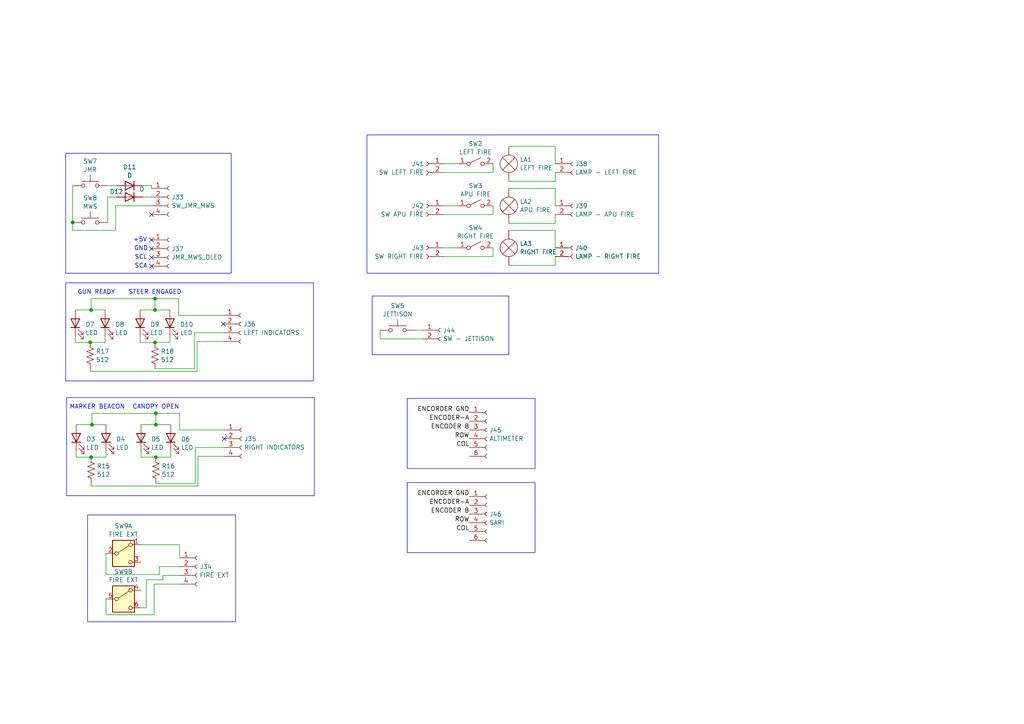
<source format=kicad_sch>
(kicad_sch (version 20231120) (generator "eeschema") (generator_version "8.0")
  (paper "A4")
  (lib_symbols
    (symbol "Connector:Conn_01x02_Socket" (pin_names (offset 1.016) hide)
      (property "Reference" "J" (at 0 2.54 0))
      (property "Value" "Conn_01x02_Socket" (at 0 -5.08 0))
      (symbol "Conn_01x02_Socket_1_1"
        (arc (start 0 -2.032) (mid -0.5058 -2.54) (end 0 -3.048) (stroke (width 0.1524)))
        (polyline (pts (xy -1.27 -2.54) (xy -0.508 -2.54)) (stroke (width 0.1524)))
        (polyline (pts (xy -1.27 0) (xy -0.508 0)) (stroke (width 0.1524)))
        (arc (start 0 0.508) (mid -0.5058 0) (end 0 -0.508) (stroke (width 0.1524)))
        (pin passive line (at -5.08 0 0) (length 3.81) (name "Pin_1") (number "1"))
        (pin passive line (at -5.08 -2.54 0) (length 3.81) (name "Pin_2") (number "2"))
      )
    )
    (symbol "Connector:Conn_01x04_Socket" (pin_names (offset 1.016) hide)
      (property "Reference" "J" (at 0 5.08 0))
      (property "Value" "Conn_01x04_Socket" (at 0 -7.62 0))
      (symbol "Conn_01x04_Socket_1_1"
        (arc (start 0 -4.572) (mid -0.5058 -5.08) (end 0 -5.588) (stroke (width 0.1524)))
        (arc (start 0 -2.032) (mid -0.5058 -2.54) (end 0 -3.048) (stroke (width 0.1524)))
        (polyline (pts (xy -1.27 -5.08) (xy -0.508 -5.08)) (stroke (width 0.1524)))
        (polyline (pts (xy -1.27 -2.54) (xy -0.508 -2.54)) (stroke (width 0.1524)))
        (polyline (pts (xy -1.27 0) (xy -0.508 0)) (stroke (width 0.1524)))
        (polyline (pts (xy -1.27 2.54) (xy -0.508 2.54)) (stroke (width 0.1524)))
        (arc (start 0 0.508) (mid -0.5058 0) (end 0 -0.508) (stroke (width 0.1524)))
        (arc (start 0 3.048) (mid -0.5058 2.54) (end 0 2.032) (stroke (width 0.1524)))
        (pin passive line (at -5.08 2.54 0) (length 3.81) (name "Pin_1") (number "1"))
        (pin passive line (at -5.08 0 0) (length 3.81) (name "Pin_2") (number "2"))
        (pin passive line (at -5.08 -2.54 0) (length 3.81) (name "Pin_3") (number "3"))
        (pin passive line (at -5.08 -5.08 0) (length 3.81) (name "Pin_4") (number "4"))
      )
    )
    (symbol "Connector:Conn_01x06_Female" (pin_names (offset 1.016) hide)
      (property "Reference" "J" (at 0 7.62 0))
      (property "Value" "Conn_01x06_Female" (at 0 -10.16 0))
      (symbol "Conn_01x06_Female_1_1"
        (arc (start 0 -7.112) (mid -0.5058 -7.62) (end 0 -8.128) (stroke (width 0.1524)))
        (arc (start 0 -4.572) (mid -0.5058 -5.08) (end 0 -5.588) (stroke (width 0.1524)))
        (arc (start 0 -2.032) (mid -0.5058 -2.54) (end 0 -3.048) (stroke (width 0.1524)))
        (polyline (pts (xy -1.27 -7.62) (xy -0.508 -7.62)) (stroke (width 0.1524)))
        (polyline (pts (xy -1.27 -5.08) (xy -0.508 -5.08)) (stroke (width 0.1524)))
        (polyline (pts (xy -1.27 -2.54) (xy -0.508 -2.54)) (stroke (width 0.1524)))
        (polyline (pts (xy -1.27 0) (xy -0.508 0)) (stroke (width 0.1524)))
        (polyline (pts (xy -1.27 2.54) (xy -0.508 2.54)) (stroke (width 0.1524)))
        (polyline (pts (xy -1.27 5.08) (xy -0.508 5.08)) (stroke (width 0.1524)))
        (arc (start 0 0.508) (mid -0.5058 0) (end 0 -0.508) (stroke (width 0.1524)))
        (arc (start 0 3.048) (mid -0.5058 2.54) (end 0 2.032) (stroke (width 0.1524)))
        (arc (start 0 5.588) (mid -0.5058 5.08) (end 0 4.572) (stroke (width 0.1524)))
        (pin passive line (at -5.08 5.08 0) (length 3.81) (name "Pin_1") (number "1"))
        (pin passive line (at -5.08 2.54 0) (length 3.81) (name "Pin_2") (number "2"))
        (pin passive line (at -5.08 0 0) (length 3.81) (name "Pin_3") (number "3"))
        (pin passive line (at -5.08 -2.54 0) (length 3.81) (name "Pin_4") (number "4"))
        (pin passive line (at -5.08 -5.08 0) (length 3.81) (name "Pin_5") (number "5"))
        (pin passive line (at -5.08 -7.62 0) (length 3.81) (name "Pin_6") (number "6"))
      )
    )
    (symbol "Device:D" (pin_numbers hide) (pin_names (offset 1.016) hide)
      (property "Reference" "D" (at 0 2.54 0))
      (property "Value" "D" (at 0 -2.54 0))
      (symbol "D_0_1"
        (polyline (pts (xy -1.27 1.27) (xy -1.27 -1.27)) (stroke (width 0.254)))
        (polyline (pts (xy 1.27 0) (xy -1.27 0)))
        (polyline (pts (xy 1.27 1.27) (xy 1.27 -1.27) (xy -1.27 0) (xy 1.27 1.27)) (stroke (width 0.254)))
      )
      (symbol "D_1_1"
        (pin passive line (at -3.81 0 0) (length 2.54) (name "K") (number "1"))
        (pin passive line (at 3.81 0 180) (length 2.54) (name "A") (number "2"))
      )
    )
    (symbol "Device:LED" (pin_numbers hide) (pin_names (offset 1.016) hide)
      (property "Reference" "D" (at 0 2.54 0))
      (property "Value" "LED" (at 0 -2.54 0))
      (symbol "LED_0_1"
        (polyline (pts (xy -1.27 -1.27) (xy -1.27 1.27)) (stroke (width 0.254)))
        (polyline (pts (xy -1.27 0) (xy 1.27 0)))
        (polyline (pts (xy 1.27 -1.27) (xy 1.27 1.27) (xy -1.27 0) (xy 1.27 -1.27)) (stroke (width 0.254)))
        (polyline (pts (xy -3.048 -0.762) (xy -4.572 -2.286) (xy -3.81 -2.286) (xy -4.572 -2.286) (xy -4.572 -1.524)))
        (polyline (pts (xy -1.778 -0.762) (xy -3.302 -2.286) (xy -2.54 -2.286) (xy -3.302 -2.286) (xy -3.302 -1.524)))
      )
      (symbol "LED_1_1"
        (pin passive line (at -3.81 0 0) (length 2.54) (name "K") (number "1"))
        (pin passive line (at 3.81 0 180) (length 2.54) (name "A") (number "2"))
      )
    )
    (symbol "Device:Lamp" (pin_numbers hide) (pin_names (offset 0.0254) hide)
      (property "Reference" "LA" (at 0.635 3.81 0))
      (property "Value" "Lamp" (at 0.635 -3.81 0))
      (symbol "Lamp_0_1"
        (polyline (pts (xy -1.778 1.778) (xy 1.778 -1.778)))
        (polyline (pts (xy 1.778 1.778) (xy -1.778 -1.778)))
        (circle (center 0 0) (radius 2.54))
      )
      (symbol "Lamp_1_1"
        (pin passive line (at 0 -5.08 90) (length 2.54) (name "-") (number "1"))
        (pin passive line (at 0 5.08 270) (length 2.54) (name "+") (number "2"))
      )
    )
    (symbol "Device:R_US" (pin_numbers hide) (pin_names (offset 0))
      (property "Reference" "R" (at 2.54 0 90))
      (property "Value" "R_US" (at -2.54 0 90))
      (symbol "R_US_0_1"
        (polyline (pts (xy 0 -2.286) (xy 0 -2.54)))
        (polyline (pts (xy 0 2.286) (xy 0 2.54)))
        (polyline (pts (xy 0 -0.762) (xy 1.016 -1.143) (xy 0 -1.524) (xy -1.016 -1.905) (xy 0 -2.286)))
        (polyline (pts (xy 0 0.762) (xy 1.016 0.381) (xy 0 0) (xy -1.016 -0.381) (xy 0 -0.762)))
        (polyline (pts (xy 0 2.286) (xy 1.016 1.905) (xy 0 1.524) (xy -1.016 1.143) (xy 0 0.762)))
      )
      (symbol "R_US_1_1"
        (pin passive line (at 0 3.81 270) (length 1.27) (name "~") (number "1"))
        (pin passive line (at 0 -3.81 90) (length 1.27) (name "~") (number "2"))
      )
    )
    (symbol "Switch:SW_DPDT_x2" (pin_names (offset 0) hide)
      (property "Reference" "SW" (at 0 5.08 0))
      (property "Value" "SW_DPDT_x2" (at 0 -5.08 0))
      (symbol "SW_DPDT_x2_0_0"
        (circle (center -2.032 0) (radius 0.508))
        (circle (center 2.032 -2.54) (radius 0.508))
      )
      (symbol "SW_DPDT_x2_0_1"
        (rectangle (start -3.175 3.81) (end 3.175 -3.81) (stroke (width 0.254)) (fill (type background)))
        (polyline (pts (xy -1.524 0.254) (xy 1.5748 2.286)))
        (circle (center 2.032 2.54) (radius 0.508))
      )
      (symbol "SW_DPDT_x2_1_1"
        (pin passive line (at 5.08 2.54 180) (length 2.54) (name "A") (number "1"))
        (pin passive line (at -5.08 0 0) (length 2.54) (name "B") (number "2"))
        (pin passive line (at 5.08 -2.54 180) (length 2.54) (name "C") (number "3"))
      )
      (symbol "SW_DPDT_x2_2_1"
        (pin passive line (at 5.08 2.54 180) (length 2.54) (name "A") (number "4"))
        (pin passive line (at -5.08 0 0) (length 2.54) (name "B") (number "5"))
        (pin passive line (at 5.08 -2.54 180) (length 2.54) (name "C") (number "6"))
      )
    )
    (symbol "Switch:SW_Push" (pin_numbers hide) (pin_names (offset 1.016) hide)
      (property "Reference" "SW" (at 1.27 2.54 0))
      (property "Value" "SW_Push" (at 0 -1.524 0))
      (symbol "SW_Push_0_1"
        (circle (center -2.032 0) (radius 0.508))
        (polyline (pts (xy 0 1.27) (xy 0 3.048)))
        (polyline (pts (xy 2.54 1.27) (xy -2.54 1.27)))
        (circle (center 2.032 0) (radius 0.508))
        (pin passive line (at -5.08 0 0) (length 2.54) (name "1") (number "1"))
        (pin passive line (at 5.08 0 180) (length 2.54) (name "2") (number "2"))
      )
    )
    (symbol "Switch:SW_SPST" (pin_names (offset 0) hide)
      (property "Reference" "SW" (at 0 3.175 0))
      (property "Value" "SW_SPST" (at 0 -2.54 0))
      (symbol "SW_SPST_0_0"
        (circle (center -2.032 0) (radius 0.508))
        (polyline (pts (xy -1.524 0.254) (xy 1.524 1.778)))
        (circle (center 2.032 0) (radius 0.508))
      )
      (symbol "SW_SPST_1_1"
        (pin passive line (at -5.08 0 0) (length 2.54) (name "A") (number "1"))
        (pin passive line (at 5.08 0 180) (length 2.54) (name "B") (number "2"))
      )
    )
  )
  (junction (at 26.67 123.19))
  (junction (at 44.958 89.916))
  (junction (at 21.082 64.516))
  (junction (at 45.212 123.19))
  (junction (at 26.416 132.588))
  (junction (at 44.958 86.614))
  (junction (at 45.212 132.588))
  (junction (at 44.958 99.314))
  (junction (at 26.416 89.916))
  (junction (at 45.212 119.888))
  (junction (at 26.162 99.314))
  (no_connect (at 65.024 127.254))
  (no_connect (at 43.942 62.23))
  (no_connect (at 43.942 74.676))
  (no_connect (at 43.942 69.596))
  (no_connect (at 64.77 93.98))
  (no_connect (at 43.942 77.216))
  (no_connect (at 43.942 72.136))
  (wire (pts (xy 26.416 86.614) (xy 26.416 89.916)))
  (wire (pts (xy 26.162 99.314) (xy 21.844 99.314)))
  (wire (pts (xy 21.082 64.516) (xy 21.082 66.802)))
  (wire (pts (xy 128.778 71.882) (xy 132.842 71.882)))
  (wire (pts (xy 44.958 89.916) (xy 49.276 89.916)))
  (wire (pts (xy 30.734 130.81) (xy 30.734 132.588)))
  (wire (pts (xy 21.082 53.848) (xy 21.082 64.516)))
  (wire (pts (xy 40.64 89.916) (xy 44.958 89.916)))
  (wire (pts (xy 42.418 176.276) (xy 42.418 168.148)))
  (wire (pts (xy 57.404 140.97) (xy 26.416 140.97)))
  (wire (pts (xy 51.816 91.44) (xy 51.816 86.614)))
  (wire (pts (xy 64.77 91.44) (xy 51.816 91.44)))
  (wire (pts (xy 45.212 119.888) (xy 45.212 123.19)))
  (wire (pts (xy 41.402 53.848) (xy 43.942 53.848)))
  (wire (pts (xy 26.416 140.97) (xy 26.416 140.208)))
  (wire (pts (xy 49.53 132.588) (xy 45.212 132.588)))
  (wire (pts (xy 30.734 166.624) (xy 46.228 166.624)))
  (wire (pts (xy 49.53 130.81) (xy 49.53 132.588)))
  (wire (pts (xy 44.958 86.614) (xy 44.958 89.916)))
  (wire (pts (xy 147.574 76.962) (xy 161.036 76.962)))
  (wire (pts (xy 161.036 66.802) (xy 161.036 71.882)))
  (wire (pts (xy 57.404 132.334) (xy 57.404 140.97)))
  (wire (pts (xy 49.276 99.314) (xy 44.958 99.314)))
  (wire (pts (xy 26.416 132.588) (xy 22.098 132.588)))
  (wire (pts (xy 33.528 59.69) (xy 43.942 59.69)))
  (wire (pts (xy 120.396 95.758) (xy 122.682 95.758)))
  (wire (pts (xy 44.958 99.314) (xy 40.64 99.314)))
  (wire (pts (xy 57.15 99.06) (xy 57.15 107.696)))
  (wire (pts (xy 47.244 168.148) (xy 47.244 166.878)))
  (wire (pts (xy 21.844 89.916) (xy 26.416 89.916)))
  (wire (pts (xy 51.816 86.614) (xy 44.958 86.614)))
  (wire (pts (xy 52.07 157.988) (xy 52.07 161.798)))
  (wire (pts (xy 147.574 42.418) (xy 161.036 42.418)))
  (wire (pts (xy 26.162 107.696) (xy 26.162 106.934)))
  (wire (pts (xy 110.236 95.758) (xy 110.236 98.298)))
  (wire (pts (xy 40.894 132.588) (xy 40.894 130.81)))
  (wire (pts (xy 64.77 96.52) (xy 56.388 96.52)))
  (wire (pts (xy 143.002 71.882) (xy 143.002 74.422)))
  (wire (pts (xy 147.574 54.61) (xy 161.036 54.61)))
  (wire (pts (xy 143.002 47.498) (xy 143.002 50.038)))
  (wire (pts (xy 65.024 129.794) (xy 56.642 129.794)))
  (wire (pts (xy 52.07 119.888) (xy 45.212 119.888)))
  (wire (pts (xy 40.894 176.276) (xy 42.418 176.276)))
  (wire (pts (xy 56.388 96.52) (xy 56.388 106.934)))
  (wire (pts (xy 143.002 74.422) (xy 128.778 74.422)))
  (wire (pts (xy 21.082 66.802) (xy 33.528 66.802)))
  (wire (pts (xy 33.528 66.802) (xy 33.528 59.69)))
  (wire (pts (xy 26.416 89.916) (xy 30.48 89.916)))
  (wire (pts (xy 44.958 86.614) (xy 26.416 86.614)))
  (wire (pts (xy 45.212 119.888) (xy 26.67 119.888)))
  (wire (pts (xy 30.734 173.736) (xy 30.734 178.308)))
  (wire (pts (xy 22.098 132.588) (xy 22.098 130.81)))
  (wire (pts (xy 26.67 119.888) (xy 26.67 123.19)))
  (wire (pts (xy 31.242 57.15) (xy 33.782 57.15)))
  (wire (pts (xy 45.212 123.19) (xy 49.53 123.19)))
  (wire (pts (xy 43.942 53.848) (xy 43.942 54.61)))
  (wire (pts (xy 128.778 47.498) (xy 132.842 47.498)))
  (wire (pts (xy 147.574 64.77) (xy 161.036 64.77)))
  (wire (pts (xy 143.002 62.23) (xy 128.778 62.23)))
  (wire (pts (xy 40.894 157.988) (xy 52.07 157.988)))
  (wire (pts (xy 49.276 97.536) (xy 49.276 99.314)))
  (wire (pts (xy 45.212 132.588) (xy 40.894 132.588)))
  (wire (pts (xy 22.098 123.19) (xy 26.67 123.19)))
  (wire (pts (xy 30.48 99.314) (xy 26.162 99.314)))
  (wire (pts (xy 128.778 59.69) (xy 132.842 59.69)))
  (wire (pts (xy 143.002 50.038) (xy 128.778 50.038)))
  (wire (pts (xy 147.574 66.802) (xy 161.036 66.802)))
  (wire (pts (xy 44.704 178.308) (xy 44.704 169.418)))
  (wire (pts (xy 56.388 106.934) (xy 44.958 106.934)))
  (wire (pts (xy 64.77 99.06) (xy 57.15 99.06)))
  (wire (pts (xy 143.002 59.69) (xy 143.002 62.23)))
  (wire (pts (xy 42.418 168.148) (xy 47.244 168.148)))
  (wire (pts (xy 147.574 52.578) (xy 161.036 52.578)))
  (wire (pts (xy 21.844 99.314) (xy 21.844 97.536)))
  (wire (pts (xy 31.242 53.848) (xy 33.782 53.848)))
  (wire (pts (xy 56.642 129.794) (xy 56.642 140.208)))
  (wire (pts (xy 31.242 64.516) (xy 31.242 57.15)))
  (wire (pts (xy 40.894 123.19) (xy 45.212 123.19)))
  (wire (pts (xy 30.734 132.588) (xy 26.416 132.588)))
  (wire (pts (xy 30.48 97.536) (xy 30.48 99.314)))
  (wire (pts (xy 40.64 99.314) (xy 40.64 97.536)))
  (wire (pts (xy 56.642 140.208) (xy 45.212 140.208)))
  (wire (pts (xy 161.036 42.418) (xy 161.036 47.498)))
  (wire (pts (xy 161.036 76.962) (xy 161.036 74.422)))
  (wire (pts (xy 57.15 107.696) (xy 26.162 107.696)))
  (wire (pts (xy 161.036 54.61) (xy 161.036 59.69)))
  (wire (pts (xy 161.036 52.578) (xy 161.036 50.038)))
  (wire (pts (xy 26.67 123.19) (xy 30.734 123.19)))
  (wire (pts (xy 30.734 160.528) (xy 30.734 166.624)))
  (wire (pts (xy 46.228 166.624) (xy 46.228 164.338)))
  (wire (pts (xy 44.704 169.418) (xy 52.07 169.418)))
  (wire (pts (xy 47.244 166.878) (xy 52.07 166.878)))
  (wire (pts (xy 65.024 132.334) (xy 57.404 132.334)))
  (wire (pts (xy 52.07 124.714) (xy 52.07 119.888)))
  (wire (pts (xy 41.402 57.15) (xy 43.942 57.15)))
  (wire (pts (xy 30.734 178.308) (xy 44.704 178.308)))
  (wire (pts (xy 65.024 124.714) (xy 52.07 124.714)))
  (wire (pts (xy 46.228 164.338) (xy 52.07 164.338)))
  (wire (pts (xy 161.036 64.77) (xy 161.036 62.23)))
  (wire (pts (xy 110.236 98.298) (xy 122.682 98.298)))
  (rectangle (start 106.426 39.116) (end 191.008 79.248))
  (rectangle (start 118.11 139.954) (end 155.194 160.274))
  (rectangle (start 19.05 44.45) (end 67.056 79.248))
  (rectangle (start 19.304 115.316) (end 91.186 143.764))
  (rectangle (start 118.11 115.57) (end 155.194 135.89))
  (rectangle (start 19.05 82.042) (end 90.932 110.49))
  (rectangle (start 107.95 85.852) (end 147.574 102.87))
  (rectangle (start 25.4 149.352) (end 68.326 180.34))
  (text "CANOPY OPEN" (at 45.212 118.11 0) (effects (font (size 1.27 1.27))))
  (text "SCA" (at 40.894 77.216 0) (effects (font (size 1.27 1.27))))
  (text "+5V" (at 40.64 69.596 0) (effects (font (size 1.27 1.27))))
  (text "MARKER BEACON" (at 28.194 118.11 0) (effects (font (size 1.27 1.27))))
  (text "STEER ENGAGED" (at 44.958 84.836 0) (effects (font (size 1.27 1.27))))
  (text "GND" (at 40.894 72.136 0) (effects (font (size 1.27 1.27))))
  (text "SCL" (at 40.894 74.676 0) (effects (font (size 1.27 1.27))))
  (text "GUN READY" (at 27.94 84.836 0) (effects (font (size 1.27 1.27))))
  (label "ENCODER B" (at 136.144 124.714 180))
  (label "ROW" (at 136.144 151.638 180))
  (label "ENCODER-A" (at 136.144 122.174 180))
  (label "ENCODER B" (at 136.144 149.098 180))
  (label "COL" (at 136.144 154.178 180))
  (label "COL" (at 136.144 129.794 180))
  (label "ENCORDER GND" (at 136.144 119.634 180))
  (label "ROW" (at 136.144 127.254 180))
  (label "ENCORDER GND" (at 136.144 144.018 180))
  (label "ENCODER-A" (at 136.144 146.558 180))
  (symbol (lib_id "Connector:Conn_01x04_Socket") (at 70.104 127.254 0) (unit 1) (in_bom no) (on_board no)
    (property "Reference" "J35" (at 70.8152 127.3118 0) (effects (justify left)))
    (property "Value" "RIGHT INDICATORS" (at 70.8152 129.7361 0) (effects (justify left)))
    (property "Footprint" "Connector_Molex:Molex_KK-254_AE-6410-04A_1x04_P2.54mm_Vertical" (effects (hide yes)))
    (property "Description" "Generic connector, single row, 01x04, script generated" (effects (hide yes)))
  )
  (symbol (lib_id "Device:LED") (at 21.844 93.726 90) (unit 1) (in_bom no) (on_board no)
    (property "Reference" "D7" (at 24.765 94.1013 90) (effects (justify right)))
    (property "Value" "LED" (at 24.765 96.5256 90) (effects (justify right)))
    (property "Description" "Light emitting diode" (effects (hide yes)))
  )
  (symbol (lib_id "Device:D") (at 37.592 53.848 180) (unit 1) (in_bom no) (on_board no)
    (property "Reference" "D11" (at 37.592 48.4335 0))
    (property "Value" "D" (at 37.592 50.8578 0))
    (property "Description" "Diode" (effects (hide yes)))
    (property "Sim.Device" "D" (effects (hide yes)))
    (property "Sim.Pins" "1=K 2=A" (effects (hide yes)))
  )
  (symbol (lib_id "Connector:Conn_01x06_Female") (at 141.224 149.098 0) (unit 1) (in_bom no) (on_board no)
    (property "Reference" "J46" (at 141.9352 149.1558 0) (effects (justify left)))
    (property "Value" "SARI" (at 141.9352 151.5801 0) (effects (justify left)))
    (property "Footprint" "Connector_Molex:Molex_KK-254_AE-6410-06A_1x06_P2.54mm_Vertical" (effects (hide yes)))
  )
  (symbol (lib_id "Device:LED") (at 40.894 127 90) (unit 1) (in_bom no) (on_board no)
    (property "Reference" "D5" (at 43.815 127.3753 90) (effects (justify right)))
    (property "Value" "LED" (at 43.815 129.7996 90) (effects (justify right)))
    (property "Description" "Light emitting diode" (effects (hide yes)))
  )
  (symbol (lib_id "Device:R_US") (at 45.212 136.398 0) (unit 1) (in_bom no) (on_board no)
    (property "Reference" "R16" (at 46.863 135.1858 0) (effects (justify left)))
    (property "Value" "512" (at 46.863 137.6101 0) (effects (justify left)))
    (property "Description" "Resistor, US symbol" (effects (hide yes)))
  )
  (symbol (lib_id "Connector:Conn_01x04_Socket") (at 49.022 72.136 0) (unit 1) (in_bom no) (on_board no)
    (property "Reference" "J37" (at 49.7332 72.1938 0) (effects (justify left)))
    (property "Value" "JMR_MWS_OLED" (at 49.7332 74.6181 0) (effects (justify left)))
    (property "Footprint" "Connector_Molex:Molex_KK-254_AE-6410-04A_1x04_P2.54mm_Vertical" (effects (hide yes)))
    (property "Description" "Generic connector, single row, 01x04, script generated" (effects (hide yes)))
  )
  (symbol (lib_id "Switch:SW_Push") (at 115.316 95.758 0) (unit 1) (in_bom no) (on_board no)
    (property "Reference" "SW5" (at 115.316 88.6925 0))
    (property "Value" "JETTISON" (at 115.316 91.1168 0))
    (property "Description" "Push button switch, generic, two pins" (effects (hide yes)))
  )
  (symbol (lib_id "Switch:SW_SPST") (at 137.922 59.69 0) (unit 1) (in_bom no) (on_board no)
    (property "Reference" "SW3" (at 137.922 53.8945 0))
    (property "Value" "APU FIRE" (at 137.922 56.3188 0))
    (property "Footprint" "Connector_Molex:Molex_KK-254_AE-6410-02A_1x02_P2.54mm_Vertical" (effects (hide yes)))
    (property "Description" "Single Pole Single Throw (SPST) switch" (effects (hide yes)))
  )
  (symbol (lib_id "Device:LED") (at 49.276 93.726 90) (unit 1) (in_bom no) (on_board no)
    (property "Reference" "D10" (at 52.197 94.1013 90) (effects (justify right)))
    (property "Value" "LED" (at 52.197 96.5256 90) (effects (justify right)))
    (property "Description" "Light emitting diode" (effects (hide yes)))
  )
  (symbol (lib_id "Connector:Conn_01x02_Socket") (at 166.116 59.69 0) (unit 1) (in_bom no) (on_board no)
    (property "Reference" "J39" (at 166.8272 59.7478 0) (effects (justify left)))
    (property "Value" "LAMP - APU FIRE" (at 166.8272 62.1721 0) (effects (justify left)))
    (property "Description" "Generic connector, single row, 01x02, script generated" (effects (hide yes)))
  )
  (symbol (lib_id "Device:Lamp") (at 147.574 71.882 0) (unit 1) (in_bom no) (on_board no)
    (property "Reference" "LA3" (at 150.749 70.6698 0) (effects (justify left)))
    (property "Value" "RIGHT FIRE" (at 150.749 73.0941 0) (effects (justify left)))
    (property "Description" "Lamp" (effects (hide yes)))
  )
  (symbol (lib_id "Device:LED") (at 30.48 93.726 90) (unit 1) (in_bom no) (on_board no)
    (property "Reference" "D8" (at 33.401 94.1013 90) (effects (justify right)))
    (property "Value" "LED" (at 33.401 96.5256 90) (effects (justify right)))
    (property "Description" "Light emitting diode" (effects (hide yes)))
  )
  (symbol (lib_id "Device:LED") (at 22.098 127 90) (unit 1) (in_bom no) (on_board no)
    (property "Reference" "D3" (at 25.019 127.3753 90) (effects (justify right)))
    (property "Value" "LED" (at 25.019 129.7996 90) (effects (justify right)))
    (property "Description" "Light emitting diode" (effects (hide yes)))
  )
  (symbol (lib_id "Connector:Conn_01x06_Female") (at 141.224 124.714 0) (unit 1) (in_bom no) (on_board no)
    (property "Reference" "J45" (at 141.9352 124.7718 0) (effects (justify left)))
    (property "Value" "ALTIMETER" (at 141.9352 127.1961 0) (effects (justify left)))
    (property "Footprint" "Connector_Molex:Molex_KK-254_AE-6410-06A_1x06_P2.54mm_Vertical" (effects (hide yes)))
  )
  (symbol (lib_id "Connector:Conn_01x04_Socket") (at 49.022 57.15 0) (unit 1) (in_bom no) (on_board no)
    (property "Reference" "J33" (at 49.7332 57.2078 0) (effects (justify left)))
    (property "Value" "SW_JMR_MWS" (at 49.7332 59.6321 0) (effects (justify left)))
    (property "Footprint" "Connector_Molex:Molex_KK-254_AE-6410-04A_1x04_P2.54mm_Vertical" (effects (hide yes)))
    (property "Description" "Generic connector, single row, 01x04, script generated" (effects (hide yes)))
  )
  (symbol (lib_id "Device:LED") (at 40.64 93.726 90) (unit 1) (in_bom no) (on_board no)
    (property "Reference" "D9" (at 43.561 94.1013 90) (effects (justify right)))
    (property "Value" "LED" (at 43.561 96.5256 90) (effects (justify right)))
    (property "Description" "Light emitting diode" (effects (hide yes)))
  )
  (symbol (lib_id "Connector:Conn_01x02_Socket") (at 123.698 59.69 0) (mirror y) (unit 1) (in_bom no) (on_board no)
    (property "Reference" "J42" (at 122.9868 59.7478 0) (effects (justify left)))
    (property "Value" "SW APU FIRE" (at 122.9868 62.1721 0) (effects (justify left)))
    (property "Description" "Generic connector, single row, 01x02, script generated" (effects (hide yes)))
  )
  (symbol (lib_id "Switch:SW_DPDT_x2") (at 35.814 160.528 0) (unit 1) (in_bom no) (on_board no)
    (property "Reference" "SW9" (at 35.814 152.5735 0))
    (property "Value" "FIRE EXT" (at 35.814 154.9978 0))
    (property "Description" "Switch, dual pole double throw, separate symbols" (effects (hide yes)))
  )
  (symbol (lib_id "Connector:Conn_01x02_Socket") (at 123.698 47.498 0) (mirror y) (unit 1) (in_bom no) (on_board no)
    (property "Reference" "J41" (at 122.9868 47.5558 0) (effects (justify left)))
    (property "Value" "SW LEFT FIRE" (at 122.9868 49.9801 0) (effects (justify left)))
    (property "Description" "Generic connector, single row, 01x02, script generated" (effects (hide yes)))
  )
  (symbol (lib_id "Device:Lamp") (at 147.574 47.498 0) (unit 1) (in_bom no) (on_board no)
    (property "Reference" "LA1" (at 150.749 46.2858 0) (effects (justify left)))
    (property "Value" "LEFT FIRE" (at 150.749 48.7101 0) (effects (justify left)))
    (property "Description" "Lamp" (effects (hide yes)))
  )
  (symbol (lib_id "Connector:Conn_01x02_Socket") (at 166.116 47.498 0) (unit 1) (in_bom no) (on_board no)
    (property "Reference" "J38" (at 166.8272 47.5558 0) (effects (justify left)))
    (property "Value" "LAMP - LEFT FIRE" (at 166.8272 49.9801 0) (effects (justify left)))
    (property "Description" "Generic connector, single row, 01x02, script generated" (effects (hide yes)))
  )
  (symbol (lib_id "Device:LED") (at 30.734 127 90) (unit 1) (in_bom no) (on_board no)
    (property "Reference" "D4" (at 33.655 127.3753 90) (effects (justify right)))
    (property "Value" "LED" (at 33.655 129.7996 90) (effects (justify right)))
    (property "Description" "Light emitting diode" (effects (hide yes)))
  )
  (symbol (lib_id "Switch:SW_SPST") (at 137.922 71.882 0) (unit 1) (in_bom no) (on_board no)
    (property "Reference" "SW4" (at 137.922 66.0865 0))
    (property "Value" "RIGHT FIRE" (at 137.922 68.5108 0))
    (property "Footprint" "Connector_Molex:Molex_KK-254_AE-6410-02A_1x02_P2.54mm_Vertical" (effects (hide yes)))
    (property "Description" "Single Pole Single Throw (SPST) switch" (effects (hide yes)))
  )
  (symbol (lib_id "Device:R_US") (at 26.416 136.398 0) (unit 1) (in_bom no) (on_board no)
    (property "Reference" "R15" (at 28.067 135.1858 0) (effects (justify left)))
    (property "Value" "512" (at 28.067 137.6101 0) (effects (justify left)))
    (property "Description" "Resistor, US symbol" (effects (hide yes)))
  )
  (symbol (lib_id "Connector:Conn_01x04_Socket") (at 57.15 164.338 0) (unit 1) (in_bom no) (on_board no)
    (property "Reference" "J34" (at 57.8612 164.3958 0) (effects (justify left)))
    (property "Value" "FIRE EXT" (at 57.8612 166.8201 0) (effects (justify left)))
    (property "Footprint" "Connector_Molex:Molex_KK-254_AE-6410-04A_1x04_P2.54mm_Vertical" (effects (hide yes)))
    (property "Description" "Generic connector, single row, 01x04, script generated" (effects (hide yes)))
  )
  (symbol (lib_id "Device:Lamp") (at 147.574 59.69 0) (unit 1) (in_bom no) (on_board no)
    (property "Reference" "LA2" (at 150.749 58.4778 0) (effects (justify left)))
    (property "Value" "APU FIRE" (at 150.749 60.9021 0) (effects (justify left)))
    (property "Description" "Lamp" (effects (hide yes)))
  )
  (symbol (lib_id "Connector:Conn_01x02_Socket") (at 166.116 71.882 0) (unit 1) (in_bom no) (on_board no)
    (property "Reference" "J40" (at 166.8272 71.9398 0) (effects (justify left)))
    (property "Value" "LAMP - RIGHT FIRE" (at 166.8272 74.3641 0) (effects (justify left)))
    (property "Description" "Generic connector, single row, 01x02, script generated" (effects (hide yes)))
  )
  (symbol (lib_id "Connector:Conn_01x04_Socket") (at 69.85 93.98 0) (unit 1) (in_bom no) (on_board no)
    (property "Reference" "J36" (at 70.5612 94.0378 0) (effects (justify left)))
    (property "Value" "LEFT INDICATORS" (at 70.5612 96.4621 0) (effects (justify left)))
    (property "Footprint" "Connector_Molex:Molex_KK-254_AE-6410-04A_1x04_P2.54mm_Vertical" (effects (hide yes)))
    (property "Description" "Generic connector, single row, 01x04, script generated" (effects (hide yes)))
  )
  (symbol (lib_id "Connector:Conn_01x02_Socket") (at 127.762 95.758 0) (unit 1) (in_bom no) (on_board no)
    (property "Reference" "J44" (at 128.4732 95.8158 0) (effects (justify left)))
    (property "Value" "SW - JETTISON" (at 128.4732 98.2401 0) (effects (justify left)))
    (property "Description" "Generic connector, single row, 01x02, script generated" (effects (hide yes)))
  )
  (symbol (lib_id "Switch:SW_Push") (at 26.162 53.848 0) (unit 1) (in_bom no) (on_board no)
    (property "Reference" "SW7" (at 26.162 46.7825 0))
    (property "Value" "JMR" (at 26.162 49.2068 0))
    (property "Description" "Push button switch, generic, two pins" (effects (hide yes)))
  )
  (symbol (lib_id "Switch:SW_SPST") (at 137.922 47.498 0) (unit 1) (in_bom no) (on_board no)
    (property "Reference" "SW2" (at 137.922 41.7025 0))
    (property "Value" "LEFT FIRE" (at 137.922 44.1268 0))
    (property "Footprint" "Connector_Molex:Molex_KK-254_AE-6410-02A_1x02_P2.54mm_Vertical" (effects (hide yes)))
    (property "Description" "Single Pole Single Throw (SPST) switch" (effects (hide yes)))
  )
  (symbol (lib_id "Switch:SW_DPDT_x2") (at 35.814 173.736 0) (unit 2) (in_bom no) (on_board no)
    (property "Reference" "SW9" (at 35.814 165.7815 0))
    (property "Value" "FIRE EXT" (at 35.814 168.2058 0))
    (property "Description" "Switch, dual pole double throw, separate symbols" (effects (hide yes)))
  )
  (symbol (lib_id "Connector:Conn_01x02_Socket") (at 123.698 71.882 0) (mirror y) (unit 1) (in_bom no) (on_board no)
    (property "Reference" "J43" (at 122.9868 71.9398 0) (effects (justify left)))
    (property "Value" "SW RIGHT FIRE" (at 122.9868 74.3641 0) (effects (justify left)))
    (property "Description" "Generic connector, single row, 01x02, script generated" (effects (hide yes)))
  )
  (symbol (lib_id "Device:R_US") (at 26.162 103.124 0) (unit 1) (in_bom no) (on_board no)
    (property "Reference" "R17" (at 27.813 101.9118 0) (effects (justify left)))
    (property "Value" "512" (at 27.813 104.3361 0) (effects (justify left)))
    (property "Description" "Resistor, US symbol" (effects (hide yes)))
  )
  (symbol (lib_id "Device:R_US") (at 44.958 103.124 0) (unit 1) (in_bom no) (on_board no)
    (property "Reference" "R18" (at 46.609 101.9118 0) (effects (justify left)))
    (property "Value" "512" (at 46.609 104.3361 0) (effects (justify left)))
    (property "Description" "Resistor, US symbol" (effects (hide yes)))
  )
  (symbol (lib_id "Switch:SW_Push") (at 26.162 64.516 0) (unit 1) (in_bom no) (on_board no)
    (property "Reference" "SW8" (at 26.162 57.4505 0))
    (property "Value" "MWS" (at 26.162 59.8748 0))
    (property "Description" "Push button switch, generic, two pins" (effects (hide yes)))
  )
  (symbol (lib_id "Device:LED") (at 49.53 127 90) (unit 1) (in_bom no) (on_board no)
    (property "Reference" "D6" (at 52.451 127.3753 90) (effects (justify right)))
    (property "Value" "LED" (at 52.451 129.7996 90) (effects (justify right)))
    (property "Description" "Light emitting diode" (effects (hide yes)))
  )
  (symbol (lib_id "Device:D") (at 37.592 57.15 180) (unit 1) (in_bom no) (on_board no)
    (property "Reference" "D12" (at 33.782 55.626 0))
    (property "Value" "D" (at 41.148 54.864 0))
    (property "Description" "Diode" (effects (hide yes)))
    (property "Sim.Device" "D" (effects (hide yes)))
    (property "Sim.Pins" "1=K 2=A" (effects (hide yes)))
  )
)
</source>
